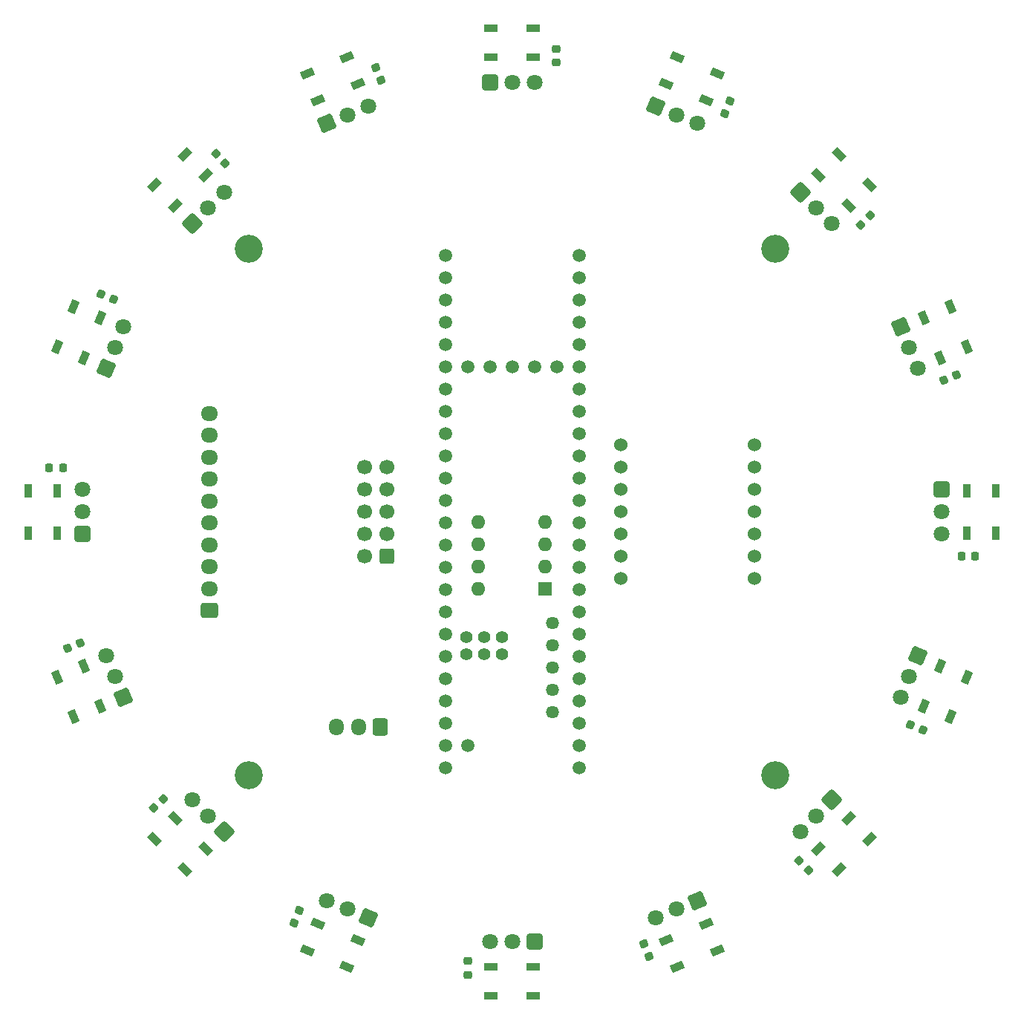
<source format=gbr>
%TF.GenerationSoftware,KiCad,Pcbnew,8.0.1*%
%TF.CreationDate,2024-05-26T22:46:05+09:00*%
%TF.ProjectId,Main-20240325,4d61696e-2d32-4303-9234-303332352e6b,rev?*%
%TF.SameCoordinates,Original*%
%TF.FileFunction,Soldermask,Top*%
%TF.FilePolarity,Negative*%
%FSLAX46Y46*%
G04 Gerber Fmt 4.6, Leading zero omitted, Abs format (unit mm)*
G04 Created by KiCad (PCBNEW 8.0.1) date 2024-05-26 22:46:05*
%MOMM*%
%LPD*%
G01*
G04 APERTURE LIST*
G04 Aperture macros list*
%AMRoundRect*
0 Rectangle with rounded corners*
0 $1 Rounding radius*
0 $2 $3 $4 $5 $6 $7 $8 $9 X,Y pos of 4 corners*
0 Add a 4 corners polygon primitive as box body*
4,1,4,$2,$3,$4,$5,$6,$7,$8,$9,$2,$3,0*
0 Add four circle primitives for the rounded corners*
1,1,$1+$1,$2,$3*
1,1,$1+$1,$4,$5*
1,1,$1+$1,$6,$7*
1,1,$1+$1,$8,$9*
0 Add four rect primitives between the rounded corners*
20,1,$1+$1,$2,$3,$4,$5,0*
20,1,$1+$1,$4,$5,$6,$7,0*
20,1,$1+$1,$6,$7,$8,$9,0*
20,1,$1+$1,$8,$9,$2,$3,0*%
%AMRotRect*
0 Rectangle, with rotation*
0 The origin of the aperture is its center*
0 $1 length*
0 $2 width*
0 $3 Rotation angle, in degrees counterclockwise*
0 Add horizontal line*
21,1,$1,$2,0,0,$3*%
G04 Aperture macros list end*
%ADD10RoundRect,0.225000X-0.144866X0.303544X-0.317074X-0.112202X0.144866X-0.303544X0.317074X0.112202X0*%
%ADD11RoundRect,0.225000X0.317074X-0.112202X0.144866X0.303544X-0.317074X0.112202X-0.144866X-0.303544X0*%
%ADD12RoundRect,0.250000X0.600000X0.600000X-0.600000X0.600000X-0.600000X-0.600000X0.600000X-0.600000X0*%
%ADD13C,1.700000*%
%ADD14RotRect,1.500000X0.900000X67.500000*%
%ADD15RoundRect,0.225000X-0.225000X-0.250000X0.225000X-0.250000X0.225000X0.250000X-0.225000X0.250000X0*%
%ADD16RoundRect,0.225000X0.225000X0.250000X-0.225000X0.250000X-0.225000X-0.250000X0.225000X-0.250000X0*%
%ADD17R,0.900000X1.500000*%
%ADD18RotRect,1.500000X0.900000X247.500000*%
%ADD19RotRect,1.500000X0.900000X292.500000*%
%ADD20RoundRect,0.225000X0.144866X-0.303544X0.317074X0.112202X-0.144866X0.303544X-0.317074X-0.112202X0*%
%ADD21C,3.200000*%
%ADD22RotRect,1.500000X0.900000X112.500000*%
%ADD23R,1.500000X0.900000*%
%ADD24RoundRect,0.225000X-0.317074X0.112202X-0.144866X-0.303544X0.317074X-0.112202X0.144866X0.303544X0*%
%ADD25RoundRect,0.225000X-0.335876X-0.017678X-0.017678X-0.335876X0.335876X0.017678X0.017678X0.335876X0*%
%ADD26RotRect,1.500000X0.900000X202.500000*%
%ADD27RoundRect,0.225000X-0.017678X0.335876X-0.335876X0.017678X0.017678X-0.335876X0.335876X-0.017678X0*%
%ADD28RoundRect,0.225000X0.017678X-0.335876X0.335876X-0.017678X-0.017678X0.335876X-0.335876X0.017678X0*%
%ADD29RoundRect,0.225000X0.250000X-0.225000X0.250000X0.225000X-0.250000X0.225000X-0.250000X-0.225000X0*%
%ADD30RoundRect,0.225000X-0.112202X-0.317074X0.303544X-0.144866X0.112202X0.317074X-0.303544X0.144866X0*%
%ADD31RotRect,1.500000X0.900000X337.500000*%
%ADD32RoundRect,0.225000X0.112202X0.317074X-0.303544X0.144866X-0.112202X-0.317074X0.303544X-0.144866X0*%
%ADD33C,1.512000*%
%ADD34C,1.462000*%
%ADD35C,1.412000*%
%ADD36RotRect,1.500000X0.900000X45.000000*%
%ADD37RoundRect,0.225000X0.335876X0.017678X0.017678X0.335876X-0.335876X-0.017678X-0.017678X-0.335876X0*%
%ADD38RoundRect,0.225000X-0.250000X0.225000X-0.250000X-0.225000X0.250000X-0.225000X0.250000X0.225000X0*%
%ADD39RotRect,1.500000X0.900000X225.000000*%
%ADD40R,1.600000X1.600000*%
%ADD41O,1.600000X1.600000*%
%ADD42RotRect,1.500000X0.900000X157.500000*%
%ADD43C,1.524000*%
%ADD44RotRect,1.500000X0.900000X135.000000*%
%ADD45RotRect,1.500000X0.900000X22.500000*%
%ADD46RoundRect,0.225000X-0.303544X-0.144866X0.112202X-0.317074X0.303544X0.144866X-0.112202X0.317074X0*%
%ADD47RotRect,1.500000X0.900000X315.000000*%
%ADD48RoundRect,0.225000X0.303544X0.144866X-0.112202X0.317074X-0.303544X-0.144866X0.112202X-0.317074X0*%
%ADD49RoundRect,0.250200X0.649800X0.649800X-0.649800X0.649800X-0.649800X-0.649800X0.649800X-0.649800X0*%
%ADD50C,1.800000*%
%ADD51RoundRect,0.250200X-0.351669X-0.849005X0.849005X-0.351669X0.351669X0.849005X-0.849005X0.351669X0*%
%ADD52RoundRect,0.250200X-0.849005X0.351669X-0.351669X-0.849005X0.849005X-0.351669X0.351669X0.849005X0*%
%ADD53RoundRect,0.250200X0.351669X0.849005X-0.849005X0.351669X-0.351669X-0.849005X0.849005X-0.351669X0*%
%ADD54RoundRect,0.250000X0.725000X-0.600000X0.725000X0.600000X-0.725000X0.600000X-0.725000X-0.600000X0*%
%ADD55O,1.950000X1.700000*%
%ADD56RoundRect,0.250200X0.918956X0.000000X0.000000X0.918956X-0.918956X0.000000X0.000000X-0.918956X0*%
%ADD57RoundRect,0.250000X0.600000X0.725000X-0.600000X0.725000X-0.600000X-0.725000X0.600000X-0.725000X0*%
%ADD58O,1.700000X1.950000*%
%ADD59RoundRect,0.250200X-0.649800X0.649800X-0.649800X-0.649800X0.649800X-0.649800X0.649800X0.649800X0*%
%ADD60RoundRect,0.250200X-0.918956X0.000000X0.000000X-0.918956X0.918956X0.000000X0.000000X0.918956X0*%
%ADD61RoundRect,0.250200X0.000000X-0.918956X0.918956X0.000000X0.000000X0.918956X-0.918956X0.000000X0*%
%ADD62RoundRect,0.250200X-0.849005X-0.351669X0.351669X-0.849005X0.849005X0.351669X-0.351669X0.849005X0*%
%ADD63RoundRect,0.250200X0.000000X0.918956X-0.918956X0.000000X0.000000X-0.918956X0.918956X0.000000X0*%
%ADD64RoundRect,0.250200X0.351669X-0.849005X0.849005X0.351669X-0.351669X0.849005X-0.849005X-0.351669X0*%
%ADD65RoundRect,0.250200X0.849005X-0.351669X0.351669X0.849005X-0.849005X0.351669X-0.351669X-0.849005X0*%
%ADD66RoundRect,0.250200X-0.649800X-0.649800X0.649800X-0.649800X0.649800X0.649800X-0.649800X0.649800X0*%
%ADD67RoundRect,0.250200X-0.351669X0.849005X-0.849005X-0.351669X0.351669X-0.849005X0.849005X0.351669X0*%
%ADD68RoundRect,0.250200X0.849005X0.351669X-0.351669X0.849005X-0.849005X-0.351669X0.351669X-0.849005X0*%
%ADD69RoundRect,0.250200X0.649800X-0.649800X0.649800X0.649800X-0.649800X0.649800X-0.649800X-0.649800X0*%
G04 APERTURE END LIST*
D10*
%TO.C,C26*%
X218777643Y-295887311D03*
X218184483Y-297319325D03*
%TD*%
D11*
%TO.C,C20*%
X228016439Y-201235854D03*
X227423279Y-199803840D03*
%TD*%
D12*
%TO.C,J4*%
X228752500Y-255555000D03*
D13*
X226212500Y-255555000D03*
X228752500Y-253015000D03*
X226212500Y-253015000D03*
X228752500Y-250475000D03*
X226212500Y-250475000D03*
X228752500Y-247935000D03*
X226212500Y-247935000D03*
X228752500Y-245395000D03*
X226212500Y-245395000D03*
%TD*%
D14*
%TO.C,D6*%
X191110469Y-231633513D03*
X194159272Y-232896369D03*
X196034421Y-228369359D03*
X192985618Y-227106503D03*
%TD*%
D15*
%TO.C,C31*%
X294225000Y-255475000D03*
X295775000Y-255475000D03*
%TD*%
D16*
%TO.C,C23*%
X191775000Y-245475000D03*
X190225000Y-245475000D03*
%TD*%
D17*
%TO.C,D7*%
X187850000Y-252925000D03*
X191150000Y-252925000D03*
X191150000Y-248025000D03*
X187850000Y-248025000D03*
%TD*%
D18*
%TO.C,D14*%
X294889530Y-269316486D03*
X291840727Y-268053630D03*
X289965578Y-272580640D03*
X293014381Y-273843496D03*
%TD*%
D19*
%TO.C,D16*%
X293014381Y-227106503D03*
X289965578Y-228369359D03*
X291840727Y-232896369D03*
X294889530Y-231633513D03*
%TD*%
D20*
%TO.C,C34*%
X267222356Y-205062688D03*
X267815516Y-203630674D03*
%TD*%
D21*
%TO.C,REF\u002A\u002A*%
X273052038Y-280527038D03*
%TD*%
D22*
%TO.C,D8*%
X192985618Y-273843496D03*
X196034421Y-272580640D03*
X194159272Y-268053630D03*
X191110469Y-269316486D03*
%TD*%
D23*
%TO.C,D3*%
X240550000Y-195325000D03*
X240550000Y-198625000D03*
X245450000Y-198625000D03*
X245450000Y-195325000D03*
%TD*%
%TO.C,D11*%
X245450000Y-305625000D03*
X245450000Y-302325000D03*
X240550000Y-302325000D03*
X240550000Y-305625000D03*
%TD*%
D21*
%TO.C,REF\u002A\u002A*%
X212947962Y-220422962D03*
%TD*%
D24*
%TO.C,C28*%
X257983560Y-299714145D03*
X258576720Y-301146159D03*
%TD*%
D17*
%TO.C,D15*%
X298150000Y-248025000D03*
X294850000Y-248025000D03*
X294850000Y-252925000D03*
X298150000Y-252925000D03*
%TD*%
D25*
%TO.C,C29*%
X275686010Y-290232078D03*
X276782026Y-291328094D03*
%TD*%
D26*
%TO.C,D12*%
X266368496Y-300489381D03*
X265105640Y-297440578D03*
X260578630Y-299315727D03*
X261841486Y-302364530D03*
%TD*%
D27*
%TO.C,C25*%
X203242921Y-283161010D03*
X202146905Y-284257026D03*
%TD*%
D28*
%TO.C,C33*%
X282757078Y-217788989D03*
X283853094Y-216692973D03*
%TD*%
D29*
%TO.C,C19*%
X248000000Y-199250000D03*
X248000000Y-197700000D03*
%TD*%
D30*
%TO.C,C32*%
X292239145Y-235491439D03*
X293671159Y-234898279D03*
%TD*%
D31*
%TO.C,D18*%
X261841486Y-198585469D03*
X260578630Y-201634272D03*
X265105640Y-203509421D03*
X266368496Y-200460618D03*
%TD*%
D32*
%TO.C,C24*%
X193760854Y-265458560D03*
X192328840Y-266051720D03*
%TD*%
D33*
%TO.C,U1*%
X250620000Y-277145000D03*
X250620000Y-274605000D03*
X250620000Y-272065000D03*
X250620000Y-269525000D03*
X250620000Y-244125000D03*
X235380000Y-274605000D03*
X245540000Y-233965000D03*
X250620000Y-266985000D03*
X250620000Y-264445000D03*
D34*
X247570000Y-273335000D03*
D33*
X250620000Y-261905000D03*
X250620000Y-259365000D03*
X250620000Y-256825000D03*
X250620000Y-254285000D03*
X250620000Y-251745000D03*
X250620000Y-249205000D03*
X250620000Y-246665000D03*
X235380000Y-246665000D03*
X235380000Y-249205000D03*
X235380000Y-251745000D03*
X235380000Y-254285000D03*
X235380000Y-256825000D03*
X235380000Y-259365000D03*
X235380000Y-261905000D03*
X235380000Y-264445000D03*
X235380000Y-266985000D03*
X235380000Y-269525000D03*
X235380000Y-272065000D03*
X250620000Y-241585000D03*
X250620000Y-239045000D03*
X250620000Y-236505000D03*
X250620000Y-233965000D03*
X250620000Y-231425000D03*
X250620000Y-228885000D03*
X250620000Y-226345000D03*
X250620000Y-223805000D03*
X250620000Y-221265000D03*
X235380000Y-221265000D03*
X235380000Y-223805000D03*
X235380000Y-226345000D03*
X235380000Y-228885000D03*
X235380000Y-231425000D03*
X235380000Y-233965000D03*
X235380000Y-236505000D03*
X235380000Y-239045000D03*
X235380000Y-241585000D03*
D34*
X247570000Y-268255000D03*
X247570000Y-270795000D03*
D33*
X250620000Y-279685000D03*
X235380000Y-244125000D03*
X235380000Y-277145000D03*
X243000000Y-233965000D03*
D35*
X239830000Y-264715000D03*
X239830000Y-266715000D03*
D33*
X237920000Y-233965000D03*
X240460000Y-233965000D03*
D35*
X237830000Y-266715000D03*
X237830000Y-264715000D03*
X241830000Y-264715000D03*
X241830000Y-266715000D03*
D34*
X247570000Y-265715000D03*
X247570000Y-263175000D03*
D33*
X248080000Y-233965000D03*
X235380000Y-279685000D03*
X237920000Y-277145000D03*
%TD*%
D36*
%TO.C,D5*%
X202270649Y-213210472D03*
X204604102Y-215543925D03*
X208068925Y-212079102D03*
X205735472Y-209745649D03*
%TD*%
D37*
%TO.C,C21*%
X210313989Y-210717921D03*
X209217973Y-209621905D03*
%TD*%
D38*
%TO.C,C27*%
X238000000Y-301700000D03*
X238000000Y-303250000D03*
%TD*%
D39*
%TO.C,D13*%
X283729350Y-287739527D03*
X281395897Y-285406074D03*
X277931074Y-288870897D03*
X280264527Y-291204350D03*
%TD*%
D40*
%TO.C,U3*%
X246800000Y-259275000D03*
D41*
X246800000Y-256735000D03*
X246800000Y-254195000D03*
X246800000Y-251655000D03*
X239180000Y-251655000D03*
X239180000Y-254195000D03*
X239180000Y-256735000D03*
X239180000Y-259275000D03*
%TD*%
D21*
%TO.C,REF\u002A\u002A*%
X212947962Y-280527038D03*
%TD*%
%TO.C,REF\u002A\u002A*%
X273052038Y-220422962D03*
%TD*%
D42*
%TO.C,D10*%
X224158513Y-302364530D03*
X225421369Y-299315727D03*
X220894359Y-297440578D03*
X219631503Y-300489381D03*
%TD*%
D43*
%TO.C,U2*%
X255380000Y-242855000D03*
X255380000Y-245395000D03*
X255380000Y-247935000D03*
X255380000Y-250475000D03*
X255380000Y-253015000D03*
X255380000Y-255555000D03*
X255380000Y-258095000D03*
X270620000Y-258095000D03*
X270620000Y-255555000D03*
X270620000Y-253015000D03*
X270620000Y-250475000D03*
X270620000Y-247935000D03*
X270620000Y-245395000D03*
X270620000Y-242855000D03*
%TD*%
D44*
%TO.C,D9*%
X205735472Y-291204350D03*
X208068925Y-288870897D03*
X204604102Y-285406074D03*
X202270649Y-287739527D03*
%TD*%
D45*
%TO.C,D4*%
X219631503Y-200460618D03*
X220894359Y-203509421D03*
X225421369Y-201634272D03*
X224158513Y-198585469D03*
%TD*%
D46*
%TO.C,C30*%
X288412311Y-274697356D03*
X289844325Y-275290516D03*
%TD*%
D47*
%TO.C,D17*%
X280264527Y-209745649D03*
X277931074Y-212079102D03*
X281395897Y-215543925D03*
X283729350Y-213210472D03*
%TD*%
D48*
%TO.C,C22*%
X197587688Y-226252643D03*
X196155674Y-225659483D03*
%TD*%
D49*
%TO.C,U12*%
X245540000Y-299475000D03*
D50*
X243000000Y-299475000D03*
X240460000Y-299475000D03*
%TD*%
D51*
%TO.C,U5*%
X221901857Y-206176918D03*
D50*
X224248511Y-205204902D03*
X226595165Y-204232886D03*
%TD*%
D52*
%TO.C,U17*%
X287298081Y-229376857D03*
D50*
X288270097Y-231723511D03*
X289242113Y-234070165D03*
%TD*%
D53*
%TO.C,U13*%
X264098142Y-294773081D03*
D50*
X261751488Y-295745097D03*
X259404834Y-296717113D03*
%TD*%
D54*
%TO.C,J1*%
X208525000Y-261725000D03*
D55*
X208525000Y-259225000D03*
X208525000Y-256725000D03*
X208525000Y-254225000D03*
X208525000Y-251725000D03*
X208525000Y-249225000D03*
X208525000Y-246725000D03*
X208525000Y-244225000D03*
X208525000Y-241725000D03*
X208525000Y-239225000D03*
%TD*%
D56*
%TO.C,U10*%
X210147818Y-286919283D03*
D50*
X208351767Y-285123232D03*
X206555716Y-283327181D03*
%TD*%
D57*
%TO.C,J2*%
X228000000Y-274950000D03*
D58*
X225500000Y-274950000D03*
X223000000Y-274950000D03*
%TD*%
D59*
%TO.C,U16*%
X292000000Y-247935000D03*
D50*
X292000000Y-250475000D03*
X292000000Y-253015000D03*
%TD*%
D60*
%TO.C,U18*%
X275852181Y-214030716D03*
D50*
X277648232Y-215826767D03*
X279444283Y-217622818D03*
%TD*%
D61*
%TO.C,U6*%
X206555716Y-217622818D03*
D50*
X208351767Y-215826767D03*
X210147818Y-214030716D03*
%TD*%
D62*
%TO.C,U19*%
X259404834Y-204232886D03*
D50*
X261751488Y-205204902D03*
X264098142Y-206176918D03*
%TD*%
D63*
%TO.C,U14*%
X279444283Y-283327181D03*
D50*
X277648232Y-285123232D03*
X275852181Y-286919283D03*
%TD*%
D64*
%TO.C,U7*%
X196757886Y-234070165D03*
D50*
X197729902Y-231723511D03*
X198701918Y-229376857D03*
%TD*%
D65*
%TO.C,U9*%
X198701918Y-271573142D03*
D50*
X197729902Y-269226488D03*
X196757886Y-266879834D03*
%TD*%
D66*
%TO.C,U4*%
X240460000Y-201475000D03*
D50*
X243000000Y-201475000D03*
X245540000Y-201475000D03*
%TD*%
D67*
%TO.C,U15*%
X289242113Y-266879834D03*
D50*
X288270097Y-269226488D03*
X287298081Y-271573142D03*
%TD*%
D68*
%TO.C,U11*%
X226595165Y-296717113D03*
D50*
X224248511Y-295745097D03*
X221901857Y-294773081D03*
%TD*%
D69*
%TO.C,U8*%
X194000000Y-253015000D03*
D50*
X194000000Y-250475000D03*
X194000000Y-247935000D03*
%TD*%
M02*

</source>
